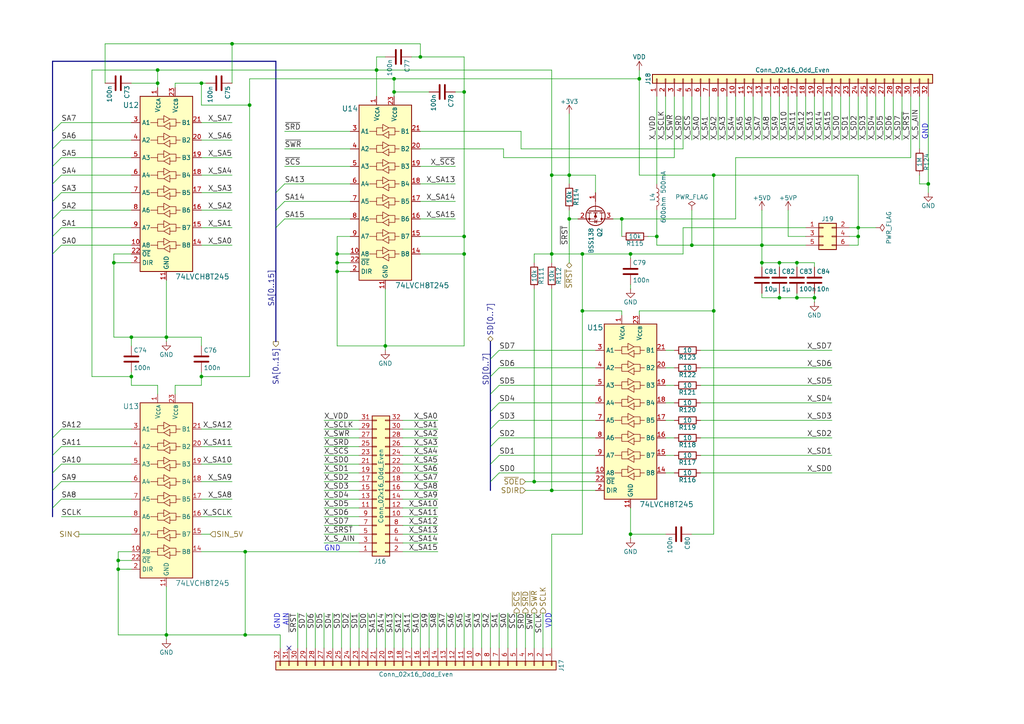
<source format=kicad_sch>
(kicad_sch (version 20231120) (generator "eeschema") (generator_version "8.0")
  (paper "A4")
  (title_block (title "Game Boy reverse eng. FPGA board") (date "2024-12-09") (rev "1") (company "CC-BY-SA-4.0 Michael Singer") (comment 1 "https://github.com/msinger/gbreveng/") (comment 2 "http://iceboy.a-singer.de/"))
  (junction (at 33.02 76.2))
  (junction (at 160.02 50.8))
  (junction (at 72.39 30.48))
  (junction (at 48.26 97.79))
  (junction (at 231.14 76.2))
  (junction (at 182.88 154.94))
  (junction (at 154.94 139.7))
  (junction (at 58.42 109.22))
  (junction (at 182.88 73.66))
  (junction (at 248.92 66.04))
  (junction (at 58.42 24.13))
  (junction (at 207.01 50.8))
  (junction (at 226.06 76.2))
  (junction (at 111.76 100.33))
  (junction (at 248.92 68.58))
  (junction (at 226.06 86.36))
  (junction (at 190.5 68.58))
  (junction (at 134.62 73.66))
  (junction (at 220.98 71.12))
  (junction (at 45.72 24.13))
  (junction (at 34.29 162.56))
  (junction (at 165.1 50.8))
  (junction (at 38.1 97.79))
  (junction (at 160.02 142.24))
  (junction (at 97.79 76.2))
  (junction (at 168.91 73.66))
  (junction (at 97.79 73.66))
  (junction (at 207.01 90.17))
  (junction (at 185.42 22.86))
  (junction (at 67.31 12.7))
  (junction (at 134.62 68.58))
  (junction (at 38.1 109.22))
  (junction (at 231.14 86.36))
  (junction (at 134.62 26.67))
  (junction (at 109.22 20.32))
  (junction (at 45.72 20.32))
  (junction (at 121.92 16.51))
  (junction (at 71.12 160.02))
  (junction (at 269.24 53.34))
  (junction (at 71.12 184.15))
  (junction (at 114.3 26.67))
  (junction (at 168.91 90.17))
  (junction (at 34.29 165.1))
  (junction (at 180.34 63.5))
  (junction (at 160.02 73.66))
  (junction (at 97.79 78.74))
  (junction (at 48.26 184.15))
  (junction (at 220.98 76.2))
  (junction (at 200.66 71.12))
  (junction (at 114.3 22.86))
  (junction (at 236.22 86.36))
  (junction (at 165.1 63.5))
  (no_connect (at 83.82 187.96))
  (bus_entry (at 15.24 127) (size 2.54 -2.54))
  (bus_entry (at 15.24 48.26) (size 2.54 -2.54))
  (bus_entry (at 15.24 73.66) (size 2.54 -2.54))
  (bus_entry (at 142.24 124.46) (size 2.54 -2.54))
  (bus_entry (at 142.24 114.3) (size 2.54 -2.54))
  (bus_entry (at 15.24 142.24) (size 2.54 -2.54))
  (bus_entry (at 80.01 60.96) (size 2.54 -2.54))
  (bus_entry (at 15.24 58.42) (size 2.54 -2.54))
  (bus_entry (at 142.24 109.22) (size 2.54 -2.54))
  (bus_entry (at 142.24 134.62) (size 2.54 -2.54))
  (bus_entry (at 142.24 119.38) (size 2.54 -2.54))
  (bus_entry (at 15.24 132.08) (size 2.54 -2.54))
  (bus_entry (at 142.24 139.7) (size 2.54 -2.54))
  (bus_entry (at 15.24 53.34) (size 2.54 -2.54))
  (bus_entry (at 15.24 63.5) (size 2.54 -2.54))
  (bus_entry (at 142.24 129.54) (size 2.54 -2.54))
  (bus_entry (at 142.24 104.14) (size 2.54 -2.54))
  (bus_entry (at 15.24 137.16) (size 2.54 -2.54))
  (bus_entry (at 15.24 38.1) (size 2.54 -2.54))
  (bus_entry (at 80.01 55.88) (size 2.54 -2.54))
  (bus_entry (at 80.01 66.04) (size 2.54 -2.54))
  (bus_entry (at 15.24 68.58) (size 2.54 -2.54))
  (bus_entry (at 15.24 147.32) (size 2.54 -2.54))
  (bus_entry (at 15.24 43.18) (size 2.54 -2.54))
  (wire (pts (xy 132.08 177.8) (xy 132.08 187.96)))
  (wire (pts (xy 104.14 129.54) (xy 93.98 129.54)))
  (wire (pts (xy 168.91 90.17) (xy 168.91 154.94)))
  (wire (pts (xy 48.26 97.79) (xy 48.26 99.06)))
  (wire (pts (xy 104.14 149.86) (xy 93.98 149.86)))
  (wire (pts (xy 157.48 177.8) (xy 157.48 187.96)))
  (wire (pts (xy 33.02 97.79) (xy 38.1 97.79)))
  (wire (pts (xy 134.62 68.58) (xy 134.62 73.66)))
  (wire (pts (xy 246.38 66.04) (xy 248.92 66.04)))
  (wire (pts (xy 45.72 20.32) (xy 109.22 20.32)))
  (wire (pts (xy 58.42 97.79) (xy 58.42 100.33)))
  (wire (pts (xy 146.05 43.18) (xy 146.05 45.72)))
  (wire (pts (xy 58.42 55.88) (xy 67.31 55.88)))
  (bus (pts (xy 15.24 127) (xy 15.24 132.08)))
  (wire (pts (xy 93.98 157.48) (xy 104.14 157.48)))
  (wire (pts (xy 58.42 30.48) (xy 72.39 30.48)))
  (wire (pts (xy 17.78 129.54) (xy 38.1 129.54)))
  (wire (pts (xy 50.8 111.76) (xy 58.42 111.76)))
  (wire (pts (xy 231.14 86.36) (xy 236.22 86.36)))
  (wire (pts (xy 190.5 60.96) (xy 190.5 68.58)))
  (wire (pts (xy 182.88 154.94) (xy 193.04 154.94)))
  (wire (pts (xy 236.22 85.09) (xy 236.22 86.36)))
  (wire (pts (xy 233.68 27.94) (xy 233.68 40.64)))
  (bus (pts (xy 142.24 129.54) (xy 142.24 134.62)))
  (wire (pts (xy 93.98 137.16) (xy 104.14 137.16)))
  (wire (pts (xy 121.92 68.58) (xy 134.62 68.58)))
  (wire (pts (xy 58.42 40.64) (xy 67.31 40.64)))
  (wire (pts (xy 187.96 68.58) (xy 190.5 68.58)))
  (wire (pts (xy 127 144.78) (xy 116.84 144.78)))
  (wire (pts (xy 114.3 22.86) (xy 114.3 26.67)))
  (wire (pts (xy 203.2 132.08) (xy 241.3 132.08)))
  (wire (pts (xy 269.24 27.94) (xy 269.24 53.34)))
  (wire (pts (xy 165.1 63.5) (xy 167.64 63.5)))
  (wire (pts (xy 86.36 177.8) (xy 86.36 187.96)))
  (wire (pts (xy 82.55 53.34) (xy 101.6 53.34)))
  (wire (pts (xy 193.04 127) (xy 195.58 127)))
  (wire (pts (xy 121.92 58.42) (xy 132.08 58.42)))
  (wire (pts (xy 58.42 45.72) (xy 67.31 45.72)))
  (wire (pts (xy 195.58 101.6) (xy 193.04 101.6)))
  (wire (pts (xy 154.94 73.66) (xy 160.02 73.66)))
  (wire (pts (xy 72.39 22.86) (xy 72.39 30.48)))
  (wire (pts (xy 38.1 107.95) (xy 38.1 109.22)))
  (wire (pts (xy 58.42 139.7) (xy 67.31 139.7)))
  (wire (pts (xy 45.72 111.76) (xy 45.72 114.3)))
  (bus (pts (xy 15.24 17.78) (xy 15.24 38.1)))
  (wire (pts (xy 226.06 86.36) (xy 231.14 86.36)))
  (wire (pts (xy 58.42 66.04) (xy 67.31 66.04)))
  (wire (pts (xy 38.1 24.13) (xy 45.72 24.13)))
  (wire (pts (xy 248.92 66.04) (xy 248.92 68.58)))
  (wire (pts (xy 154.94 139.7) (xy 172.72 139.7)))
  (wire (pts (xy 127 160.02) (xy 116.84 160.02)))
  (wire (pts (xy 198.12 66.04) (xy 198.12 73.66)))
  (wire (pts (xy 48.26 170.18) (xy 48.26 184.15)))
  (wire (pts (xy 48.26 81.28) (xy 48.26 97.79)))
  (wire (pts (xy 127 154.94) (xy 116.84 154.94)))
  (wire (pts (xy 72.39 22.86) (xy 114.3 22.86)))
  (wire (pts (xy 17.78 71.12) (xy 38.1 71.12)))
  (wire (pts (xy 33.02 76.2) (xy 38.1 76.2)))
  (wire (pts (xy 266.7 53.34) (xy 269.24 53.34)))
  (wire (pts (xy 91.44 177.8) (xy 91.44 187.96)))
  (wire (pts (xy 58.42 50.8) (xy 67.31 50.8)))
  (wire (pts (xy 168.91 73.66) (xy 182.88 73.66)))
  (wire (pts (xy 34.29 160.02) (xy 38.1 160.02)))
  (wire (pts (xy 207.01 50.8) (xy 248.92 50.8)))
  (wire (pts (xy 93.98 127) (xy 104.14 127)))
  (wire (pts (xy 104.14 177.8) (xy 104.14 187.96)))
  (wire (pts (xy 203.2 111.76) (xy 241.3 111.76)))
  (wire (pts (xy 144.78 137.16) (xy 172.72 137.16)))
  (wire (pts (xy 17.78 35.56) (xy 38.1 35.56)))
  (wire (pts (xy 121.92 63.5) (xy 132.08 63.5)))
  (wire (pts (xy 97.79 78.74) (xy 97.79 100.33)))
  (wire (pts (xy 17.78 149.86) (xy 38.1 149.86)))
  (wire (pts (xy 82.55 38.1) (xy 101.6 38.1)))
  (wire (pts (xy 241.3 27.94) (xy 241.3 40.64)))
  (wire (pts (xy 88.9 177.8) (xy 88.9 187.96)))
  (wire (pts (xy 99.06 177.8) (xy 99.06 187.96)))
  (wire (pts (xy 185.42 20.32) (xy 185.42 22.86)))
  (wire (pts (xy 134.62 177.8) (xy 134.62 187.96)))
  (wire (pts (xy 231.14 76.2) (xy 236.22 76.2)))
  (wire (pts (xy 203.2 137.16) (xy 241.3 137.16)))
  (wire (pts (xy 269.24 53.34) (xy 269.24 55.88)))
  (wire (pts (xy 220.98 86.36) (xy 226.06 86.36)))
  (wire (pts (xy 82.55 48.26) (xy 101.6 48.26)))
  (wire (pts (xy 190.5 53.34) (xy 190.5 27.94)))
  (wire (pts (xy 228.6 68.58) (xy 233.68 68.58)))
  (wire (pts (xy 165.1 50.8) (xy 172.72 50.8)))
  (wire (pts (xy 30.48 12.7) (xy 67.31 12.7)))
  (wire (pts (xy 93.98 177.8) (xy 93.98 187.96)))
  (wire (pts (xy 30.48 12.7) (xy 30.48 24.13)))
  (wire (pts (xy 114.3 26.67) (xy 124.46 26.67)))
  (wire (pts (xy 177.8 63.5) (xy 180.34 63.5)))
  (wire (pts (xy 165.1 50.8) (xy 165.1 53.34)))
  (wire (pts (xy 109.22 20.32) (xy 109.22 27.94)))
  (wire (pts (xy 193.04 137.16) (xy 195.58 137.16)))
  (wire (pts (xy 48.26 184.15) (xy 71.12 184.15)))
  (wire (pts (xy 231.14 27.94) (xy 231.14 40.64)))
  (wire (pts (xy 180.34 63.5) (xy 180.34 68.58)))
  (wire (pts (xy 22.86 154.94) (xy 38.1 154.94)))
  (wire (pts (xy 203.2 40.64) (xy 203.2 27.94)))
  (bus (pts (xy 142.24 114.3) (xy 142.24 119.38)))
  (wire (pts (xy 236.22 76.2) (xy 236.22 77.47)))
  (wire (pts (xy 207.01 90.17) (xy 207.01 154.94)))
  (wire (pts (xy 139.7 177.8) (xy 139.7 187.96)))
  (wire (pts (xy 33.02 73.66) (xy 38.1 73.66)))
  (bus (pts (xy 142.24 119.38) (xy 142.24 124.46)))
  (wire (pts (xy 116.84 177.8) (xy 116.84 187.96)))
  (wire (pts (xy 165.1 33.02) (xy 165.1 50.8)))
  (wire (pts (xy 127 149.86) (xy 116.84 149.86)))
  (wire (pts (xy 152.4 139.7) (xy 154.94 139.7)))
  (wire (pts (xy 17.78 40.64) (xy 38.1 40.64)))
  (wire (pts (xy 97.79 68.58) (xy 97.79 73.66)))
  (wire (pts (xy 34.29 165.1) (xy 34.29 184.15)))
  (wire (pts (xy 152.4 142.24) (xy 160.02 142.24)))
  (bus (pts (xy 15.24 48.26) (xy 15.24 53.34)))
  (wire (pts (xy 104.14 160.02) (xy 71.12 160.02)))
  (bus (pts (xy 15.24 58.42) (xy 15.24 63.5)))
  (wire (pts (xy 50.8 114.3) (xy 50.8 111.76)))
  (wire (pts (xy 58.42 24.13) (xy 59.69 24.13)))
  (wire (pts (xy 127 134.62) (xy 116.84 134.62)))
  (wire (pts (xy 160.02 50.8) (xy 160.02 73.66)))
  (wire (pts (xy 111.76 83.82) (xy 111.76 100.33)))
  (wire (pts (xy 236.22 86.36) (xy 236.22 87.63)))
  (wire (pts (xy 182.88 73.66) (xy 198.12 73.66)))
  (wire (pts (xy 165.1 60.96) (xy 165.1 63.5)))
  (wire (pts (xy 160.02 83.82) (xy 160.02 142.24)))
  (wire (pts (xy 111.76 100.33) (xy 111.76 101.6)))
  (wire (pts (xy 58.42 154.94) (xy 60.96 154.94)))
  (wire (pts (xy 114.3 22.86) (xy 185.42 22.86)))
  (wire (pts (xy 93.98 147.32) (xy 104.14 147.32)))
  (wire (pts (xy 198.12 43.18) (xy 198.12 27.94)))
  (wire (pts (xy 144.78 127) (xy 172.72 127)))
  (wire (pts (xy 121.92 12.7) (xy 121.92 16.51)))
  (wire (pts (xy 154.94 83.82) (xy 154.94 139.7)))
  (wire (pts (xy 101.6 177.8) (xy 101.6 187.96)))
  (wire (pts (xy 193.04 106.68) (xy 195.58 106.68)))
  (wire (pts (xy 45.72 20.32) (xy 45.72 24.13)))
  (wire (pts (xy 213.36 40.64) (xy 213.36 27.94)))
  (wire (pts (xy 81.28 184.15) (xy 81.28 187.96)))
  (wire (pts (xy 34.29 165.1) (xy 38.1 165.1)))
  (wire (pts (xy 154.94 177.8) (xy 154.94 187.96)))
  (wire (pts (xy 116.84 132.08) (xy 127 132.08)))
  (wire (pts (xy 142.24 177.8) (xy 142.24 187.96)))
  (wire (pts (xy 58.42 129.54) (xy 67.31 129.54)))
  (wire (pts (xy 144.78 132.08) (xy 172.72 132.08)))
  (wire (pts (xy 58.42 124.46) (xy 67.31 124.46)))
  (wire (pts (xy 71.12 160.02) (xy 71.12 184.15)))
  (wire (pts (xy 26.67 109.22) (xy 26.67 20.32)))
  (wire (pts (xy 58.42 149.86) (xy 67.31 149.86)))
  (bus (pts (xy 15.24 17.78) (xy 80.01 17.78)))
  (wire (pts (xy 97.79 73.66) (xy 97.79 76.2)))
  (wire (pts (xy 172.72 50.8) (xy 172.72 55.88)))
  (wire (pts (xy 34.29 162.56) (xy 34.29 165.1)))
  (bus (pts (xy 80.01 66.04) (xy 80.01 99.06)))
  (wire (pts (xy 101.6 68.58) (xy 97.79 68.58)))
  (wire (pts (xy 134.62 16.51) (xy 134.62 26.67)))
  (wire (pts (xy 17.78 66.04) (xy 38.1 66.04)))
  (wire (pts (xy 220.98 27.94) (xy 220.98 40.64)))
  (wire (pts (xy 48.26 97.79) (xy 58.42 97.79)))
  (wire (pts (xy 160.02 154.94) (xy 160.02 187.96)))
  (wire (pts (xy 238.76 27.94) (xy 238.76 40.64)))
  (bus (pts (xy 142.24 139.7) (xy 142.24 142.24)))
  (wire (pts (xy 132.08 26.67) (xy 134.62 26.67)))
  (wire (pts (xy 17.78 124.46) (xy 38.1 124.46)))
  (wire (pts (xy 203.2 101.6) (xy 241.3 101.6)))
  (wire (pts (xy 58.42 109.22) (xy 58.42 111.76)))
  (wire (pts (xy 220.98 71.12) (xy 220.98 76.2)))
  (wire (pts (xy 134.62 26.67) (xy 134.62 68.58)))
  (wire (pts (xy 203.2 127) (xy 241.3 127)))
  (wire (pts (xy 104.14 139.7) (xy 93.98 139.7)))
  (bus (pts (xy 142.24 134.62) (xy 142.24 139.7)))
  (wire (pts (xy 233.68 66.04) (xy 198.12 66.04)))
  (wire (pts (xy 67.31 12.7) (xy 67.31 24.13)))
  (wire (pts (xy 38.1 111.76) (xy 45.72 111.76)))
  (wire (pts (xy 200.66 27.94) (xy 200.66 40.64)))
  (wire (pts (xy 165.1 63.5) (xy 165.1 76.2)))
  (wire (pts (xy 195.58 121.92) (xy 193.04 121.92)))
  (wire (pts (xy 134.62 73.66) (xy 134.62 100.33)))
  (wire (pts (xy 193.04 116.84) (xy 195.58 116.84)))
  (wire (pts (xy 67.31 12.7) (xy 121.92 12.7)))
  (wire (pts (xy 34.29 162.56) (xy 38.1 162.56)))
  (wire (pts (xy 127 124.46) (xy 116.84 124.46)))
  (wire (pts (xy 236.22 27.94) (xy 236.22 40.64)))
  (wire (pts (xy 109.22 16.51) (xy 109.22 20.32)))
  (wire (pts (xy 248.92 71.12) (xy 246.38 71.12)))
  (wire (pts (xy 266.7 50.8) (xy 266.7 53.34)))
  (wire (pts (xy 193.04 40.64) (xy 193.04 27.94)))
  (wire (pts (xy 190.5 68.58) (xy 190.5 71.12)))
  (wire (pts (xy 160.02 50.8) (xy 165.1 50.8)))
  (wire (pts (xy 17.78 139.7) (xy 38.1 139.7)))
  (wire (pts (xy 38.1 100.33) (xy 38.1 97.79)))
  (wire (pts (xy 34.29 184.15) (xy 48.26 184.15)))
  (wire (pts (xy 58.42 35.56) (xy 67.31 35.56)))
  (wire (pts (xy 106.68 177.8) (xy 106.68 187.96)))
  (wire (pts (xy 82.55 58.42) (xy 101.6 58.42)))
  (bus (pts (xy 80.01 60.96) (xy 80.01 66.04)))
  (wire (pts (xy 121.92 73.66) (xy 134.62 73.66)))
  (wire (pts (xy 116.84 127) (xy 127 127)))
  (bus (pts (xy 15.24 43.18) (xy 15.24 48.26)))
  (bus (pts (xy 15.24 63.5) (xy 15.24 68.58)))
  (wire (pts (xy 109.22 20.32) (xy 160.02 20.32)))
  (wire (pts (xy 185.42 22.86) (xy 185.42 50.8)))
  (bus (pts (xy 15.24 137.16) (xy 15.24 142.24)))
  (wire (pts (xy 119.38 177.8) (xy 119.38 187.96)))
  (wire (pts (xy 248.92 66.04) (xy 254 66.04)))
  (wire (pts (xy 182.88 154.94) (xy 182.88 156.21)))
  (wire (pts (xy 213.36 45.72) (xy 213.36 63.5)))
  (wire (pts (xy 38.1 109.22) (xy 38.1 111.76)))
  (bus (pts (xy 15.24 73.66) (xy 15.24 127)))
  (wire (pts (xy 254 27.94) (xy 254 40.64)))
  (wire (pts (xy 93.98 121.92) (xy 104.14 121.92)))
  (wire (pts (xy 205.74 27.94) (xy 205.74 40.64)))
  (wire (pts (xy 82.55 43.18) (xy 101.6 43.18)))
  (wire (pts (xy 17.78 55.88) (xy 38.1 55.88)))
  (wire (pts (xy 218.44 27.94) (xy 218.44 40.64)))
  (wire (pts (xy 17.78 45.72) (xy 38.1 45.72)))
  (wire (pts (xy 168.91 90.17) (xy 180.34 90.17)))
  (wire (pts (xy 251.46 27.94) (xy 251.46 40.64)))
  (wire (pts (xy 58.42 60.96) (xy 67.31 60.96)))
  (wire (pts (xy 182.88 73.66) (xy 182.88 74.93)))
  (wire (pts (xy 26.67 20.32) (xy 45.72 20.32)))
  (wire (pts (xy 182.88 147.32) (xy 182.88 154.94)))
  (wire (pts (xy 231.14 76.2) (xy 231.14 77.47)))
  (wire (pts (xy 116.84 142.24) (xy 127 142.24)))
  (wire (pts (xy 168.91 73.66) (xy 160.02 73.66)))
  (wire (pts (xy 185.42 50.8) (xy 207.01 50.8)))
  (wire (pts (xy 220.98 85.09) (xy 220.98 86.36)))
  (wire (pts (xy 45.72 24.13) (xy 45.72 25.4)))
  (wire (pts (xy 203.2 106.68) (xy 241.3 106.68)))
  (wire (pts (xy 152.4 177.8) (xy 152.4 187.96)))
  (wire (pts (xy 17.78 50.8) (xy 38.1 50.8)))
  (bus (pts (xy 142.24 109.22) (xy 142.24 114.3)))
  (wire (pts (xy 231.14 86.36) (xy 231.14 85.09)))
  (wire (pts (xy 203.2 116.84) (xy 241.3 116.84)))
  (wire (pts (xy 261.62 27.94) (xy 261.62 40.64)))
  (wire (pts (xy 154.94 76.2) (xy 154.94 73.66)))
  (wire (pts (xy 144.78 116.84) (xy 172.72 116.84)))
  (wire (pts (xy 228.6 60.96) (xy 228.6 68.58)))
  (wire (pts (xy 111.76 16.51) (xy 109.22 16.51)))
  (wire (pts (xy 160.02 142.24) (xy 172.72 142.24)))
  (wire (pts (xy 185.42 90.17) (xy 207.01 90.17)))
  (wire (pts (xy 34.29 160.02) (xy 34.29 162.56)))
  (wire (pts (xy 50.8 24.13) (xy 58.42 24.13)))
  (bus (pts (xy 15.24 38.1) (xy 15.24 43.18)))
  (wire (pts (xy 200.66 60.96) (xy 200.66 71.12)))
  (wire (pts (xy 129.54 177.8) (xy 129.54 187.96)))
  (wire (pts (xy 168.91 73.66) (xy 168.91 90.17)))
  (wire (pts (xy 97.79 73.66) (xy 101.6 73.66)))
  (wire (pts (xy 104.14 144.78) (xy 93.98 144.78)))
  (wire (pts (xy 96.52 177.8) (xy 96.52 187.96)))
  (wire (pts (xy 200.66 71.12) (xy 220.98 71.12)))
  (wire (pts (xy 116.84 137.16) (xy 127 137.16)))
  (wire (pts (xy 266.7 27.94) (xy 266.7 43.18)))
  (wire (pts (xy 104.14 134.62) (xy 93.98 134.62)))
  (wire (pts (xy 151.13 43.18) (xy 198.12 43.18)))
  (wire (pts (xy 210.82 27.94) (xy 210.82 40.64)))
  (wire (pts (xy 208.28 40.64) (xy 208.28 27.94)))
  (wire (pts (xy 144.78 111.76) (xy 172.72 111.76)))
  (wire (pts (xy 151.13 38.1) (xy 151.13 43.18)))
  (wire (pts (xy 144.78 106.68) (xy 172.72 106.68)))
  (wire (pts (xy 248.92 50.8) (xy 248.92 66.04)))
  (wire (pts (xy 33.02 73.66) (xy 33.02 76.2)))
  (wire (pts (xy 264.16 27.94) (xy 264.16 45.72)))
  (wire (pts (xy 111.76 177.8) (xy 111.76 187.96)))
  (wire (pts (xy 226.06 86.36) (xy 226.06 85.09)))
  (wire (pts (xy 248.92 68.58) (xy 248.92 71.12)))
  (wire (pts (xy 144.78 121.92) (xy 172.72 121.92)))
  (bus (pts (xy 15.24 132.08) (xy 15.24 137.16)))
  (wire (pts (xy 195.58 45.72) (xy 195.58 27.94)))
  (wire (pts (xy 144.78 101.6) (xy 172.72 101.6)))
  (wire (pts (xy 121.92 38.1) (xy 151.13 38.1)))
  (wire (pts (xy 104.14 154.94) (xy 93.98 154.94)))
  (wire (pts (xy 137.16 177.8) (xy 137.16 187.96)))
  (wire (pts (xy 17.78 134.62) (xy 38.1 134.62)))
  (wire (pts (xy 228.6 27.94) (xy 228.6 40.64)))
  (wire (pts (xy 97.79 76.2) (xy 97.79 78.74)))
  (wire (pts (xy 58.42 107.95) (xy 58.42 109.22)))
  (wire (pts (xy 82.55 63.5) (xy 101.6 63.5)))
  (wire (pts (xy 119.38 16.51) (xy 121.92 16.51)))
  (wire (pts (xy 147.32 177.8) (xy 147.32 187.96)))
  (wire (pts (xy 226.06 27.94) (xy 226.06 40.64)))
  (bus (pts (xy 15.24 68.58) (xy 15.24 73.66)))
  (wire (pts (xy 121.92 177.8) (xy 121.92 187.96)))
  (wire (pts (xy 220.98 60.96) (xy 220.98 71.12)))
  (wire (pts (xy 17.78 60.96) (xy 38.1 60.96)))
  (wire (pts (xy 243.84 27.94) (xy 243.84 40.64)))
  (wire (pts (xy 215.9 27.94) (xy 215.9 40.64)))
  (bus (pts (xy 80.01 55.88) (xy 80.01 60.96)))
  (wire (pts (xy 180.34 90.17) (xy 180.34 91.44)))
  (bus (pts (xy 142.24 99.06) (xy 142.24 104.14)))
  (wire (pts (xy 127 139.7) (xy 116.84 139.7)))
  (wire (pts (xy 58.42 71.12) (xy 67.31 71.12)))
  (wire (pts (xy 124.46 177.8) (xy 124.46 187.96)))
  (wire (pts (xy 180.34 63.5) (xy 213.36 63.5)))
  (wire (pts (xy 226.06 76.2) (xy 231.14 76.2)))
  (wire (pts (xy 104.14 124.46) (xy 93.98 124.46)))
  (wire (pts (xy 185.42 90.17) (xy 185.42 91.44)))
  (wire (pts (xy 246.38 68.58) (xy 248.92 68.58)))
  (wire (pts (xy 195.58 111.76) (xy 193.04 111.76)))
  (wire (pts (xy 17.78 144.78) (xy 38.1 144.78)))
  (wire (pts (xy 33.02 76.2) (xy 33.02 97.79)))
  (wire (pts (xy 114.3 177.8) (xy 114.3 187.96)))
  (wire (pts (xy 144.78 177.8) (xy 144.78 187.96)))
  (bus (pts (xy 15.24 142.24) (xy 15.24 147.32)))
  (wire (pts (xy 264.16 45.72) (xy 213.36 45.72)))
  (wire (pts (xy 127 129.54) (xy 116.84 129.54)))
  (wire (pts (xy 93.98 142.24) (xy 104.14 142.24)))
  (wire (pts (xy 109.22 177.8) (xy 109.22 187.96)))
  (wire (pts (xy 182.88 82.55) (xy 182.88 83.82)))
  (wire (pts (xy 121.92 48.26) (xy 132.08 48.26)))
  (wire (pts (xy 116.84 147.32) (xy 127 147.32)))
  (wire (pts (xy 50.8 25.4) (xy 50.8 24.13)))
  (wire (pts (xy 93.98 132.08) (xy 104.14 132.08)))
  (bus (pts (xy 142.24 104.14) (xy 142.24 109.22)))
  (bus (pts (xy 15.24 147.32) (xy 15.24 149.86)))
  (wire (pts (xy 58.42 24.13) (xy 58.42 30.48)))
  (wire (pts (xy 256.54 27.94) (xy 256.54 40.64)))
  (wire (pts (xy 190.5 71.12) (xy 200.66 71.12)))
  (wire (pts (xy 207.01 50.8) (xy 207.01 90.17)))
  (wire (pts (xy 121.92 43.18) (xy 146.05 43.18)))
  (wire (pts (xy 146.05 45.72) (xy 195.58 45.72)))
  (wire (pts (xy 160.02 73.66) (xy 160.02 76.2)))
  (wire (pts (xy 220.98 71.12) (xy 233.68 71.12)))
  (wire (pts (xy 58.42 144.78) (xy 67.31 144.78)))
  (wire (pts (xy 121.92 53.34) (xy 132.08 53.34)))
  (wire (pts (xy 220.98 76.2) (xy 220.98 77.47)))
  (wire (pts (xy 97.79 76.2) (xy 101.6 76.2)))
  (wire (pts (xy 93.98 152.4) (xy 104.14 152.4)))
  (wire (pts (xy 248.92 27.94) (xy 248.92 40.64)))
  (wire (pts (xy 149.86 177.8) (xy 149.86 187.96)))
  (bus (pts (xy 142.24 124.46) (xy 142.24 129.54)))
  (wire (pts (xy 58.42 160.02) (xy 71.12 160.02)))
  (wire (pts (xy 127 177.8) (xy 127 187.96)))
  (wire (pts (xy 203.2 121.92) (xy 241.3 121.92)))
  (wire (pts (xy 26.67 109.22) (xy 38.1 109.22)))
  (wire (pts (xy 71.12 184.15) (xy 81.28 184.15)))
  (wire (pts (xy 223.52 27.94) (xy 223.52 40.64)))
  (wire (pts (xy 97.79 78.74) (xy 101.6 78.74)))
  (wire (pts (xy 259.08 27.94) (xy 259.08 40.64)))
  (wire (pts (xy 48.26 184.15) (xy 48.26 185.42)))
  (wire (pts (xy 116.84 152.4) (xy 127 152.4)))
  (bus (pts (xy 15.24 53.34) (xy 15.24 58.42)))
  (wire (pts (xy 72.39 109.22) (xy 58.42 109.22)))
  (wire (pts (xy 121.92 16.51) (xy 134.62 16.51)))
  (wire (pts (xy 207.01 154.94) (xy 200.66 154.94)))
  (wire (pts (xy 195.58 132.08) (xy 193.04 132.08)))
  (wire (pts (xy 58.42 134.62) (xy 67.31 134.62)))
  (wire (pts (xy 220.98 76.2) (xy 226.06 76.2)))
  (wire (pts (xy 226.06 76.2) (xy 226.06 77.47)))
  (wire (pts (xy 38.1 97.79) (xy 48.26 97.79)))
  (wire (pts (xy 111.76 100.33) (xy 97.79 100.33)))
  (wire (pts (xy 160.02 20.32) (xy 160.02 50.8)))
  (wire (pts (xy 168.91 154.94) (xy 160.02 154.94)))
  (wire (pts (xy 114.3 26.67) (xy 114.3 27.94)))
  (bus (pts (xy 80.01 17.78) (xy 80.01 55.88)))
  (wire (pts (xy 116.84 121.92) (xy 127 121.92)))
  (wire (pts (xy 72.39 30.48) (xy 72.39 109.22)))
  (wire (pts (xy 246.38 27.94) (xy 246.38 40.64)))
  (wire (pts (xy 116.84 157.48) (xy 127 157.48)))
  (wire (pts (xy 134.62 100.33) (xy 111.76 100.33)))
  (text "GND" (at 93.98 160.02 0) (effects (font (size 1.524 1.524)) (justify left bottom)))
  (text "AIN" (at 83.82 177.8 90) (effects (font (size 1.524 1.524)) (justify right bottom)))
  (text "GND" (at 269.24 40.64 90) (effects (font (size 1.524 1.524)) (justify left bottom)))
  (text "VDD" (at 160.02 177.8 90) (effects (font (size 1.524 1.524)) (justify right bottom)))
  (text "GND" (at 81.28 177.8 90) (effects (font (size 1.524 1.524)) (justify right bottom)))
  (label "X_SA4" (at 67.31 50.8 180) (effects (font (size 1.524 1.524))))
  (label "X_SA6" (at 67.31 40.64 180) (effects (font (size 1.524 1.524))))
  (label "X_SA8" (at 127 142.24 180) (effects (font (size 1.524 1.524))))
  (label "X_SA10" (at 127 147.32 180) (effects (font (size 1.524 1.524))))
  (label "X_SA1" (at 67.31 66.04 180) (effects (font (size 1.524 1.524))))
  (label "X_SD6" (at 259.08 40.64 90) (effects (font (size 1.524 1.524))))
  (label "X_VDD" (at 93.98 121.92 0) (effects (font (size 1.524 1.524))))
  (label "X_SD7" (at 241.3 101.6 180) (effects (font (size 1.524 1.524))))
  (label "SA6" (at 17.78 40.64 0) (effects (font (size 1.524 1.524))))
  (label "X_SA13" (at 236.22 40.64 90) (effects (font (size 1.524 1.524))))
  (label "SD3" (at 144.78 121.92 0) (effects (font (size 1.524 1.524))))
  (label "X_SD2" (at 241.3 127 180) (effects (font (size 1.524 1.524))))
  (label "X_SD1" (at 246.38 40.64 90) (effects (font (size 1.524 1.524))))
  (label "SD5" (at 144.78 111.76 0) (effects (font (size 1.524 1.524))))
  (label "SA10" (at 121.92 177.8 270) (effects (font (size 1.524 1.524))))
  (label "X_~{SRD}" (at 198.12 40.64 90) (effects (font (size 1.524 1.524))))
  (label "SCLK" (at 157.48 177.8 270) (effects (font (size 1.524 1.524))))
  (label "SA3" (at 17.78 55.88 0) (effects (font (size 1.524 1.524))))
  (label "X_SA3" (at 210.82 40.64 90) (effects (font (size 1.524 1.524))))
  (label "X_SA12" (at 67.31 124.46 180) (effects (font (size 1.524 1.524))))
  (label "SA10" (at 17.78 134.62 0) (effects (font (size 1.524 1.524))))
  (label "X_SA1" (at 127 124.46 180) (effects (font (size 1.524 1.524))))
  (label "X_~{SCS}" (at 132.08 48.26 180) (effects (font (size 1.524 1.524))))
  (label "~{SCS}" (at 82.55 48.26 0) (effects (font (size 1.524 1.524))))
  (label "X_SA8" (at 67.31 144.78 180) (effects (font (size 1.524 1.524))))
  (label "X_~{SWR}" (at 195.58 40.64 90) (effects (font (size 1.524 1.524))))
  (label "X_SD5" (at 93.98 147.32 0) (effects (font (size 1.524 1.524))))
  (label "SA0" (at 147.32 177.8 270) (effects (font (size 1.524 1.524))))
  (label "X_SD3" (at 251.46 40.64 90) (effects (font (size 1.524 1.524))))
  (label "SD2" (at 144.78 127 0) (effects (font (size 1.524 1.524))))
  (label "X_SCLK" (at 193.04 40.64 90) (effects (font (size 1.524 1.524))))
  (label "SA0" (at 17.78 71.12 0) (effects (font (size 1.524 1.524))))
  (label "SD1" (at 104.14 177.8 270) (effects (font (size 1.524 1.524))))
  (label "X_SA11" (at 231.14 40.64 90) (effects (font (size 1.524 1.524))))
  (label "X_SA5" (at 127 134.62 180) (effects (font (size 1.524 1.524))))
  (label "~{SRD}" (at 82.55 38.1 0) (effects (font (size 1.524 1.524))))
  (label "X_SD5" (at 256.54 40.64 90) (effects (font (size 1.524 1.524))))
  (label "SA5" (at 134.62 177.8 270) (effects (font (size 1.524 1.524))))
  (label "SA15" (at 109.22 177.8 270) (effects (font (size 1.524 1.524))))
  (label "X_VDD" (at 190.5 40.64 90) (effects (font (size 1.524 1.524))))
  (label "~{SRD}" (at 152.4 177.8 270) (effects (font (size 1.524 1.524))))
  (label "SA11" (at 119.38 177.8 270) (effects (font (size 1.524 1.524))))
  (label "X_SD6" (at 241.3 106.68 180) (effects (font (size 1.524 1.524))))
  (label "X_SD0" (at 93.98 134.62 0) (effects (font (size 1.524 1.524))))
  (label "X_SD2" (at 93.98 139.7 0) (effects (font (size 1.524 1.524))))
  (label "X_SA1" (at 205.74 40.64 90) (effects (font (size 1.524 1.524))))
  (label "~{SRST}" (at 165.1 71.12 90) (effects (font (size 1.524 1.524))))
  (label "X_SD3" (at 93.98 142.24 0) (effects (font (size 1.524 1.524))))
  (label "X_SA14" (at 238.76 40.64 90) (effects (font (size 1.524 1.524))))
  (label "X_SA9" (at 67.31 139.7 180) (effects (font (size 1.524 1.524))))
  (label "X_SA0" (at 67.31 71.12 180) (effects (font (size 1.524 1.524))))
  (label "X_SD2" (at 248.92 40.64 90) (effects (font (size 1.524 1.524))))
  (label "~{SWR}" (at 154.94 177.8 270) (effects (font (size 1.524 1.524))))
  (label "SD6" (at 91.44 177.8 270) (effects (font (size 1.524 1.524))))
  (label "X_SD6" (at 93.98 149.86 0) (effects (font (size 1.524 1.524))))
  (label "SA[0..15]" (at 80.01 88.9 90) (effects (font (size 1.524 1.524))))
  (label "SA1" (at 144.78 177.8 270) (effects (font (size 1.524 1.524))))
  (label "SD7" (at 144.78 101.6 0) (effects (font (size 1.524 1.524))))
  (label "SD3" (at 99.06 177.8 270) (effects (font (size 1.524 1.524))))
  (label "X_SA10" (at 67.31 134.62 180) (effects (font (size 1.524 1.524))))
  (label "X_SA14" (at 127 157.48 180) (effects (font (size 1.524 1.524))))
  (label "X_SA15" (at 132.08 63.5 180) (effects (font (size 1.524 1.524))))
  (label "X_S_AIN" (at 266.7 40.64 90) (effects (font (size 1.524 1.524))))
  (label "X_SD5" (at 241.3 111.76 180) (effects (font (size 1.524 1.524))))
  (label "X_SA14" (at 132.08 58.42 180) (effects (font (size 1.524 1.524))))
  (label "X_SA2" (at 127 127 180) (effects (font (size 1.524 1.524))))
  (label "X_SA10" (at 228.6 40.64 90) (effects (font (size 1.524 1.524))))
  (label "X_SA11" (at 67.31 129.54 180) (effects (font (size 1.524 1.524))))
  (label "X_SD4" (at 241.3 116.84 180) (effects (font (size 1.524 1.524))))
  (label "SA13" (at 114.3 177.8 270) (effects (font (size 1.524 1.524))))
  (label "X_~{SRD}" (at 93.98 129.54 0) (effects (font (size 1.524 1.524))))
  (label "X_SD0" (at 243.84 40.64 90) (effects (font (size 1.524 1.524))))
  (label "X_SA7" (at 220.98 40.64 90) (effects (font (size 1.524 1.524))))
  (label "X_SD3" (at 241.3 121.92 180) (effects (font (size 1.524 1.524))))
  (label "SA8" (at 17.78 144.78 0) (effects (font (size 1.524 1.524))))
  (label "SA2" (at 142.24 177.8 270) (effects (font (size 1.524 1.524))))
  (label "SD1" (at 144.78 132.08 0) (effects (font (size 1.524 1.524))))
  (label "X_SCLK" (at 93.98 124.46 0) (effects (font (size 1.524 1.524))))
  (label "X_SD7" (at 93.98 152.4 0) (effects (font (size 1.524 1.524))))
  (label "X_SD1" (at 93.98 137.16 0) (effects (font (size 1.524 1.524))))
  (label "X_~{SRST}" (at 264.16 40.64 90) (effects (font (size 1.524 1.524))))
  (label "X_SA5" (at 67.31 45.72 180) (effects (font (size 1.524 1.524))))
  (label "X_SD4" (at 93.98 144.78 0) (effects (font (size 1.524 1.524))))
  (label "X_~{SCS}" (at 200.66 40.64 90) (effects (font (size 1.524 1.524))))
  (label "X_~{SRST}" (at 93.98 154.94 0) (effects (font (size 1.524 1.524))))
  (label "X_~{SCS}" (at 93.98 132.08 0) (effects (font (size 1.524 1.524))))
  (label "SA15" (at 82.55 63.5 0) (effects (font (size 1.524 1.524))))
  (label "SD4" (at 144.78 116.84 0) (effects (font (size 1.524 1.524))))
  (label "X_SA7" (at 67.31 35.56 180) (effects (font (size 1.524 1.524))))
  (label "SA5" (at 17.78 45.72 0) (effects (font (size 1.524 1.524))))
  (label "SD4" (at 96.52 177.8 270) (effects (font (size 1.524 1.524))))
  (label "SA6" (at 132.08 177.8 270) (effects (font (size 1.524 1.524))))
  (label "SA14" (at 111.76 177.8 270) (effects (font (size 1.524 1.524))))
  (label "X_SA0" (at 127 121.92 180) (effects (font (size 1.524 1.524))))
  (label "SA12" (at 17.78 124.46 0) (effects (font (size 1.524 1.524))))
  (label "SA1" (at 17.78 66.04 0) (effects (font (size 1.524 1.524))))
  (label "X_SA9" (at 127 144.78 180) (effects (font (size 1.524 1.524))))
  (label "SD[0..7]" (at 142.24 111.76 90) (effects (font (size 1.524 1.524))))
  (label "X_SD1" (at 241.3 132.08 180) (effects (font (size 1.524 1.524))))
  (label "X_SA13" (at 132.08 53.34 180) (effects (font (size 1.524 1.524))))
  (label "X_SA2" (at 208.28 40.64 90) (effects (font (size 1.524 1.524))))
  (label "SA12" (at 116.84 177.8 270) (effects (font (size 1.524 1.524))))
  (label "X_SA3" (at 67.31 55.88 180) (effects (font (size 1.524 1.524))))
  (label "X_~{SWR}" (at 93.98 127 0) (effects (font (size 1.524 1.524))))
  (label "SA4" (at 137.16 177.8 270) (effects (font (size 1.524 1.524))))
  (label "X_SA5" (at 215.9 40.64 90) (effects (font (size 1.524 1.524))))
  (label "X_SA3" (at 127 129.54 180) (effects (font (size 1.524 1.524))))
  (label "X_SD7" (at 261.62 40.64 90) (effects (font (size 1.524 1.524))))
  (label "X_SD0" (at 241.3 137.16 180) (effects (font (size 1.524 1.524))))
  (label "X_SA4" (at 127 132.08 180) (effects (font (size 1.524 1.524))))
  (label "SD6" (at 144.78 106.68 0) (effects (font (size 1.524 1.524))))
  (label "SA7" (at 129.54 177.8 270) (effects (font (size 1.524 1.524))))
  (label "X_SD4" (at 254 40.64 90) (effects (font (size 1.524 1.524))))
  (label "X_SA7" (at 127 139.7 180) (effects (font (size 1.524 1.524))))
  (label "X_SA12" (at 127 152.4 180) (effects (font (size 1.524 1.524))))
  (label "SA14" (at 82.55 58.42 0) (effects (font (size 1.524 1.524))))
  (label "X_SA13" (at 127 154.94 180) (effects (font (size 1.524 1.524))))
  (label "SA11" (at 17.78 129.54 0) (effects (font (size 1.524 1.524))))
  (label "SA7" (at 17.78 35.56 0) (effects (font (size 1.524 1.524))))
  (label "X_SA6" (at 127 137.16 180) (effects (font (size 1.524 1.524))))
  (label "SD7" (at 88.9 177.8 270) (effects (font (size 1.524 1.524))))
  (label "X_SA9" (at 226.06 40.64 90) (effects (font (size 1.524 1.524))))
  (label "SD0" (at 106.68 177.8 270) (effects (font (size 1.524 1.524))))
  (label "SA2" (at 17.78 60.96 0) (effects (font (size 1.524 1.524))))
  (label "~{SCS}" (at 149.86 177.8 270) (effects (font (size 1.524 1.524))))
  (label "X_SA2" (at 67.31 60.96 180) (effects (font (size 1.524 1.524))))
  (label "X_SA15" (at 127 160.02 180) (effects (font (size 1.524 1.524))))
  (label "SA4" (at 17.78 50.8 0) (effects (font (size 1.524 1.524))))
  (label "X_SA12" (at 233.68 40.64 90) (effects (font (size 1.524 1.524))))
  (label "~{SRST}" (at 86.36 177.8 270) (effects (font (size 1.524 1.524))))
  (label "SCLK" (at 17.78 149.86 0) (effects (font (size 1.524 1.524))))
  (label "SA8" (at 127 177.8 270) (effects (font (size 1.524 1.524))))
  (label "X_SA4" (at 213.36 40.64 90) (effects (font (size 1.524 1.524))))
  (label "SD2" (at 101.6 177.8 270) (effects (font (size 1.524 1.524))))
  (label "SA9" (at 124.46 177.8 270) (effects (font (size 1.524 1.524))))
  (label "X_SA0" (at 203.2 40.64 90) (effects (font (size 1.524 1.524))))
  (label "X_SA8" (at 223.52 40.64 90) (effects (font (size 1.524 1.524))))
  (label "X_SA15" (at 241.3 40.64 90) (effects (font (size 1.524 1.524))))
  (label "SA3" (at 139.7 177.8 270) (effects (font (size 1.524 1.524))))
  (label "SD0" (at 144.78 137.16 0) (effects (font (size 1.524 1.524))))
  (label "X_SA11" (at 127 149.86 180) (effects (font (size 1.524 1.524))))
  (label "X_S_AIN" (at 93.98 157.48 0) (effects (font (size 1.524 1.524))))
  (label "X_SA6" (at 218.44 40.64 90) (effects (font (size 1.524 1.524))))
  (label "SA13" (at 82.55 53.34 0) (effects (font (size 1.524 1.524))))
  (label "SA9" (at 17.78 139.7 0) (effects (font (size 1.524 1.524))))
  (label "SD5" (at 93.98 177.8 270) (effects (font (size 1.524 1.524))))
  (label "~{SWR}" (at 82.55 43.18 0) (effects (font (size 1.524 1.524))))
  (label "X_SCLK" (at 67.31 149.86 180) (effects (font (size 1.524 1.524))))
  (hierarchical_label "~{SRD}" (shape output) (at 152.4 177.8 90) (effects (font (size 1.524 1.524))))
  (hierarchical_label "~{SCS}" (shape output) (at 149.86 177.8 90) (effects (font (size 1.524 1.524))))
  (hierarchical_label "SIN_5V" (shape input) (at 60.96 154.94 0) (effects (font (size 1.524 1.524))))
  (hierarchical_label "SIN" (shape output) (at 22.86 154.94 180) (effects (font (size 1.524 1.524))))
  (hierarchical_label "SCLK" (shape output) (at 157.48 177.8 90) (effects (font (size 1.524 1.524))))
  (hierarchical_label "~{SOE}" (shape input) (at 152.4 139.7 180) (effects (font (size 1.524 1.524))))
  (hierarchical_label "SD[0..7]" (shape tri_state) (at 142.24 99.06 90) (effects (font (size 1.524 1.524))))
  (hierarchical_label "SDIR" (shape input) (at 152.4 142.24 180) (effects (font (size 1.524 1.524))))
  (hierarchical_label "~{SWR}" (shape output) (at 154.94 177.8 90) (effects (font (size 1.524 1.524))))
  (hierarchical_label "SA[0..15]" (shape output) (at 80.01 99.06 270) (effects (font (size 1.524 1.524))))
  (hierarchical_label "~{SRST}" (shape bidirectional) (at 165.1 76.2 270) (effects (font (size 1.524 1.524))))
  (symbol (lib_id "power:PWR_FLAG") (at 200.66 60.96 0) (unit 1)
    (property "Reference" "#FLG0102" (effects (hide yes)))
    (property "Value" "PWR_FLAG" (at 200.66 57.15 0))
    (property "Description" "Special symbol for telling ERC where power comes from" (effects (hide yes)))
  )
  (symbol (lib_id "Logic_LevelTranslator:SN74LVC8T245") (at 182.88 119.38 0) (unit 1)
    (property "Reference" "U15" (at 175.006 94.996 0) (effects (font (size 1.524 1.524)) (justify right)))
    (property "Value" "74LVCH8T245" (at 185.42 146.304 0) (effects (font (size 1.524 1.524)) (justify left)))
    (property "Footprint" "Package_SO:TSSOP-24_4.4x7.8mm_P0.65mm" (effects (hide yes)))
    (property "Datasheet" "https://www.ti.com/lit/ds/symlink/sn74lvc8t245.pdf" (effects (hide yes)))
    (property "Description" "8-Bit Dual-Supply Bus Transceiver With Configurable Voltage Translation and 3-State Outputs" (effects (hide yes)))
  )
  (symbol (lib_id "Device:R") (at 199.39 137.16 270) (unit 1)
    (property "Reference" "R116" (at 199.39 139.192 90))
    (property "Value" "10" (at 199.39 137.16 90))
    (property "Footprint" "Resistor_SMD:R_0603_1608Metric" (effects (hide yes)))
    (property "Description" "Resistor" (effects (hide yes)))
  )
  (symbol (lib_id "Device:R") (at 199.39 132.08 270) (unit 1)
    (property "Reference" "R117" (at 199.39 134.112 90))
    (property "Value" "10" (at 199.39 132.08 90))
    (property "Footprint" "Resistor_SMD:R_0603_1608Metric" (effects (hide yes)))
    (property "Description" "Resistor" (effects (hide yes)))
  )
  (symbol (lib_id "Device:R") (at 199.39 127 270) (unit 1)
    (property "Reference" "R118" (at 199.39 129.032 90))
    (property "Value" "10" (at 199.39 127 90))
    (property "Footprint" "Resistor_SMD:R_0603_1608Metric" (effects (hide yes)))
    (property "Description" "Resistor" (effects (hide yes)))
  )
  (symbol (lib_id "Device:R") (at 199.39 121.92 270) (unit 1)
    (property "Reference" "R119" (at 199.39 123.952 90))
    (property "Value" "10" (at 199.39 121.92 90))
    (property "Footprint" "Resistor_SMD:R_0603_1608Metric" (effects (hide yes)))
    (property "Description" "Resistor" (effects (hide yes)))
  )
  (symbol (lib_id "Device:R") (at 199.39 116.84 270) (unit 1)
    (property "Reference" "R120" (at 199.39 118.872 90))
    (property "Value" "10" (at 199.39 116.84 90))
    (property "Footprint" "Resistor_SMD:R_0603_1608Metric" (effects (hide yes)))
    (property "Description" "Resistor" (effects (hide yes)))
  )
  (symbol (lib_id "Device:R") (at 199.39 111.76 270) (unit 1)
    (property "Reference" "R121" (at 199.39 113.792 90))
    (property "Value" "10" (at 199.39 111.76 90))
    (property "Footprint" "Resistor_SMD:R_0603_1608Metric" (effects (hide yes)))
    (property "Description" "Resistor" (effects (hide yes)))
  )
  (symbol (lib_id "Device:R") (at 199.39 106.68 270) (unit 1)
    (property "Reference" "R122" (at 199.39 108.712 90))
    (property "Value" "10" (at 199.39 106.68 90))
    (property "Footprint" "Resistor_SMD:R_0603_1608Metric" (effects (hide yes)))
    (property "Description" "Resistor" (effects (hide yes)))
  )
  (symbol (lib_id "Device:R") (at 199.39 101.6 270) (unit 1)
    (property "Reference" "R123" (at 199.39 103.632 90))
    (property "Value" "10" (at 199.39 101.6 90))
    (property "Footprint" "Resistor_SMD:R_0603_1608Metric" (effects (hide yes)))
    (property "Description" "Resistor" (effects (hide yes)))
  )
  (symbol (lib_id "Connector_Generic:Conn_01x32") (at 228.6 22.86 90) (unit 1)
    (property "Reference" "J18" (at 187.96 22.86 0))
    (property "Value" "Conn_02x16_Odd_Even" (at 229.87 20.32 90))
    (property "Footprint" "Connector_PinHeader_2.54mm:PinHeader_2x16_P2.54mm_Vertical" (effects (hide yes)))
    (property "Description" "Generic connector, single row, 01x32, script generated (kicad-library-utils/schlib/autogen/connector/)" (effects (hide yes)))
  )
  (symbol (lib_id "power:GND") (at 182.88 156.21 0) (unit 1)
    (property "Reference" "#PWR091" (effects (hide yes)))
    (property "Value" "GND" (at 182.88 160.02 0))
    (property "Description" "Power symbol creates a global label with name \"GND\" , ground" (effects (hide yes)))
  )
  (symbol (lib_id "Device:C") (at 196.85 154.94 270) (unit 1)
    (property "Reference" "C80" (at 199.39 155.575 0) (effects (justify left)))
    (property "Value" "100n" (at 194.31 155.575 0) (effects (justify left)))
    (property "Footprint" "Capacitor_SMD:C_0402_1005Metric_Pad0.74x0.62mm_HandSolder" (effects (hide yes)))
    (property "Description" "Unpolarized capacitor" (effects (hide yes)))
  )
  (symbol (lib_id "power:GND") (at 269.24 55.88 0) (unit 1)
    (property "Reference" "#PWR092" (effects (hide yes)))
    (property "Value" "GND" (at 269.24 59.69 0))
    (property "Description" "Power symbol creates a global label with name \"GND\" , ground" (effects (hide yes)))
  )
  (symbol (lib_id "Device:R") (at 160.02 80.01 0) (unit 1)
    (property "Reference" "R112" (at 162.052 80.01 90))
    (property "Value" "10k" (at 160.02 80.01 90))
    (property "Footprint" "Resistor_SMD:R_0402_1005Metric" (effects (hide yes)))
    (property "Description" "Resistor" (effects (hide yes)))
  )
  (symbol (lib_id "Device:R") (at 154.94 80.01 0) (unit 1)
    (property "Reference" "R111" (at 156.972 80.01 90))
    (property "Value" "10k" (at 154.94 80.01 90))
    (property "Footprint" "Resistor_SMD:R_0402_1005Metric" (effects (hide yes)))
    (property "Description" "Resistor" (effects (hide yes)))
  )
  (symbol (lib_id "Device:C") (at 182.88 78.74 0) (unit 1)
    (property "Reference" "C79" (at 183.515 76.2 0) (effects (justify left)))
    (property "Value" "100n" (at 183.515 81.28 0) (effects (justify left)))
    (property "Footprint" "Capacitor_SMD:C_0402_1005Metric_Pad0.74x0.62mm_HandSolder" (effects (hide yes)))
    (property "Description" "Unpolarized capacitor" (effects (hide yes)))
  )
  (symbol (lib_id "power:GND") (at 182.88 83.82 0) (unit 1)
    (property "Reference" "#PWR093" (effects (hide yes)))
    (property "Value" "GND" (at 182.88 87.63 0))
    (property "Description" "Power symbol creates a global label with name \"GND\" , ground" (effects (hide yes)))
  )
  (symbol (lib_id "Connector_Generic:Conn_02x03_Odd_Even") (at 238.76 68.58 0) (unit 1)
    (property "Reference" "J19" (at 240.03 63.5 0))
    (property "Value" "Conn_02x03_Odd_Even" (effects (hide yes)))
    (property "Footprint" "Connector_PinHeader_2.54mm:PinHeader_2x03_P2.54mm_Vertical" (effects (hide yes)))
    (property "Description" "Generic connector, double row, 02x03, odd/even pin numbering scheme (row 1 odd numbers, row 2 even numbers), script generated (kicad-library-utils/schlib/autogen/connector/)" (effects (hide yes)))
  )
  (symbol (lib_id "power:+5VP") (at 228.6 60.96 0) (unit 1)
    (property "Reference" "#PWR094" (effects (hide yes)))
    (property "Value" "+5VP" (at 228.6 57.404 0))
    (property "Description" "Power symbol creates a global label with name \"+5VP\"" (effects (hide yes)))
  )
  (symbol (lib_id "power:+5VD") (at 220.98 60.96 0) (unit 1)
    (property "Reference" "#PWR095" (effects (hide yes)))
    (property "Value" "+5VD" (at 220.98 57.404 0))
    (property "Description" "Power symbol creates a global label with name \"+5VD\"" (effects (hide yes)))
  )
  (symbol (lib_id "Device:Q_NMOS_GSD") (at 172.72 60.96 270) (unit 1)
    (property "Reference" "Q2" (at 173.99 66.04 0) (effects (justify left)))
    (property "Value" "BSS138" (at 171.45 66.04 0) (effects (justify left)))
    (property "Footprint" "Package_TO_SOT_SMD:SOT-323_SC-70" (effects (hide yes)))
    (property "Description" "N-MOSFET transistor, gate/source/drain" (effects (hide yes)))
  )
  (symbol (lib_id "Device:R") (at 165.1 57.15 0) (unit 1)
    (property "Reference" "R114" (at 167.132 57.15 90))
    (property "Value" "10k" (at 165.1 57.15 90))
    (property "Footprint" "Resistor_SMD:R_0402_1005Metric" (effects (hide yes)))
    (property "Description" "Resistor" (effects (hide yes)))
  )
  (symbol (lib_id "Device:R") (at 184.15 68.58 270) (unit 1)
    (property "Reference" "R115" (at 184.15 70.612 90))
    (property "Value" "10k" (at 184.15 68.58 90))
    (property "Footprint" "Resistor_SMD:R_0402_1005Metric" (effects (hide yes)))
    (property "Description" "Resistor" (effects (hide yes)))
  )
  (symbol (lib_id "Logic_LevelTranslator:SN74LVC8T245") (at 48.26 53.34 0) (unit 1)
    (property "Reference" "U12" (at 40.386 30.48 0) (effects (font (size 1.524 1.524)) (justify right)))
    (property "Value" "74LVCH8T245" (at 50.8 80.264 0) (effects (font (size 1.524 1.524)) (justify left)))
    (property "Footprint" "Package_SO:TSSOP-24_4.4x7.8mm_P0.65mm" (effects (hide yes)))
    (property "Datasheet" "https://www.ti.com/lit/ds/symlink/sn74lvc8t245.pdf" (effects (hide yes)))
    (property "Description" "8-Bit Dual-Supply Bus Transceiver With Configurable Voltage Translation and 3-State Outputs" (effects (hide yes)))
  )
  (symbol (lib_name "SN74LVC8T245_2") (lib_id "Logic_LevelTranslator:SN74LVC8T245") (at 48.26 142.24 0) (unit 1)
    (property "Reference" "U13" (at 40.386 117.856 0) (effects (font (size 1.524 1.524)) (justify right)))
    (property "Value" "74LVCH8T245" (at 50.8 169.164 0) (effects (font (size 1.524 1.524)) (justify left)))
    (property "Footprint" "Package_SO:TSSOP-24_4.4x7.8mm_P0.65mm" (effects (hide yes)))
    (property "Datasheet" "https://www.ti.com/lit/ds/symlink/sn74lvc8t245.pdf" (effects (hide yes)))
    (property "Description" "8-Bit Dual-Supply Bus Transceiver With Configurable Voltage Translation and 3-State Outputs" (effects (hide yes)))
  )
  (symbol (lib_name "SN74LVC8T245_1") (lib_id "Logic_LevelTranslator:SN74LVC8T245") (at 111.76 55.88 0) (unit 1)
    (property "Reference" "U14" (at 103.886 31.496 0) (effects (font (size 1.524 1.524)) (justify right)))
    (property "Value" "74LVCH8T245" (at 114.554 82.804 0) (effects (font (size 1.524 1.524)) (justify left)))
    (property "Footprint" "Package_SO:TSSOP-24_4.4x7.8mm_P0.65mm" (effects (hide yes)))
    (property "Datasheet" "https://www.ti.com/lit/ds/symlink/sn74lvc8t245.pdf" (effects (hide yes)))
    (property "Description" "8-Bit Dual-Supply Bus Transceiver With Configurable Voltage Translation and 3-State Outputs" (effects (hide yes)))
  )
  (symbol (lib_id "power:+3V3") (at 165.1 33.02 0) (unit 1)
    (property "Reference" "#PWR096" (effects (hide yes)))
    (property "Value" "+3V3" (at 165.1 29.464 0))
    (property "Description" "Power symbol creates a global label with name \"+3V3\"" (effects (hide yes)))
  )
  (symbol (lib_id "power:GND") (at 111.76 101.6 0) (unit 1)
    (property "Reference" "#PWR097" (effects (hide yes)))
    (property "Value" "GND" (at 111.76 105.41 0))
    (property "Description" "Power symbol creates a global label with name \"GND\" , ground" (effects (hide yes)))
  )
  (symbol (lib_id "power:GND") (at 48.26 99.06 0) (unit 1)
    (property "Reference" "#PWR098" (effects (hide yes)))
    (property "Value" "GND" (at 48.26 102.87 0))
    (property "Description" "Power symbol creates a global label with name \"GND\" , ground" (effects (hide yes)))
  )
  (symbol (lib_id "power:GND") (at 48.26 185.42 0) (unit 1)
    (property "Reference" "#PWR099" (effects (hide yes)))
    (property "Value" "GND" (at 48.26 189.23 0))
    (property "Description" "Power symbol creates a global label with name \"GND\" , ground" (effects (hide yes)))
  )
  (symbol (lib_id "Device:C") (at 128.27 26.67 270) (unit 1)
    (property "Reference" "C78" (at 130.81 27.305 0) (effects (justify left)))
    (property "Value" "100n" (at 125.73 27.305 0) (effects (justify left)))
    (property "Footprint" "Capacitor_SMD:C_0402_1005Metric_Pad0.74x0.62mm_HandSolder" (effects (hide yes)))
    (property "Description" "Unpolarized capacitor" (effects (hide yes)))
  )
  (symbol (lib_id "Device:C") (at 115.57 16.51 270) (unit 1)
    (property "Reference" "C77" (at 118.11 17.145 0) (effects (justify left)))
    (property "Value" "100n" (at 113.03 17.145 0) (effects (justify left)))
    (property "Footprint" "Capacitor_SMD:C_0402_1005Metric_Pad0.74x0.62mm_HandSolder" (effects (hide yes)))
    (property "Description" "Unpolarized capacitor" (effects (hide yes)))
  )
  (symbol (lib_id "Device:C") (at 63.5 24.13 90) (mirror x) (unit 1)
    (property "Reference" "C75" (at 66.04 24.892 0) (effects (justify left)))
    (property "Value" "100n" (at 60.96 24.892 0) (effects (justify left)))
    (property "Footprint" "Capacitor_SMD:C_0402_1005Metric_Pad0.74x0.62mm_HandSolder" (effects (hide yes)))
    (property "Description" "Unpolarized capacitor" (effects (hide yes)))
  )
  (symbol (lib_id "Device:C") (at 34.29 24.13 270) (unit 1)
    (property "Reference" "C73" (at 36.83 24.765 0) (effects (justify left)))
    (property "Value" "100n" (at 31.75 24.765 0) (effects (justify left)))
    (property "Footprint" "Capacitor_SMD:C_0402_1005Metric_Pad0.74x0.62mm_HandSolder" (effects (hide yes)))
    (property "Description" "Unpolarized capacitor" (effects (hide yes)))
  )
  (symbol (lib_id "Device:C") (at 38.1 104.14 0) (unit 1)
    (property "Reference" "C74" (at 38.735 101.6 0) (effects (justify left)))
    (property "Value" "100n" (at 38.735 106.68 0) (effects (justify left)))
    (property "Footprint" "Capacitor_SMD:C_0402_1005Metric_Pad0.74x0.62mm_HandSolder" (effects (hide yes)))
    (property "Description" "Unpolarized capacitor" (effects (hide yes)))
  )
  (symbol (lib_id "Device:C") (at 58.42 104.14 0) (unit 1)
    (property "Reference" "C76" (at 59.055 101.6 0) (effects (justify left)))
    (property "Value" "100n" (at 59.055 106.68 0) (effects (justify left)))
    (property "Footprint" "Capacitor_SMD:C_0402_1005Metric_Pad0.74x0.62mm_HandSolder" (effects (hide yes)))
    (property "Description" "Unpolarized capacitor" (effects (hide yes)))
  )
  (symbol (lib_id "Connector_Generic:Conn_01x32") (at 121.92 193.04 270) (unit 1)
    (property "Reference" "J17" (at 162.814 193.04 0))
    (property "Value" "Conn_02x16_Odd_Even" (at 120.65 195.58 90))
    (property "Footprint" "Connector_PinHeader_2.54mm:PinHeader_2x16_P2.54mm_Vertical" (effects (hide yes)))
    (property "Description" "Generic connector, single row, 01x32, script generated (kicad-library-utils/schlib/autogen/connector/)" (effects (hide yes)))
  )
  (symbol (lib_id "power:PWR_FLAG") (at 254 66.04 270) (unit 1)
    (property "Reference" "#FLG0103" (effects (hide yes)))
    (property "Value" "PWR_FLAG" (at 257.81 66.04 0))
    (property "Description" "Special symbol for telling ERC where power comes from" (effects (hide yes)))
  )
  (symbol (lib_id "Device:R") (at 266.7 46.99 0) (unit 1)
    (property "Reference" "R124" (at 268.732 46.99 90))
    (property "Value" "1M" (at 266.7 46.99 90))
    (property "Footprint" "Resistor_SMD:R_0402_1005Metric" (effects (hide yes)))
    (property "Description" "Resistor" (effects (hide yes)))
  )
  (symbol (lib_id "Device:C") (at 220.98 81.28 0) (unit 1)
    (property "Reference" "C81" (at 221.615 78.74 0) (effects (justify left)))
    (property "Value" "10µ" (at 221.615 83.82 0) (effects (justify left)))
    (property "Footprint" "Capacitor_SMD:C_0603_1608Metric" (effects (hide yes)))
    (property "Description" "Unpolarized capacitor" (effects (hide yes)))
  )
  (symbol (lib_id "Device:C") (at 226.06 81.28 0) (unit 1)
    (property "Reference" "C82" (at 226.695 78.74 0) (effects (justify left)))
    (property "Value" "1µ" (at 226.695 83.82 0) (effects (justify left)))
    (property "Footprint" "Capacitor_SMD:C_0402_1005Metric_Pad0.74x0.62mm_HandSolder" (effects (hide yes)))
    (property "Description" "Unpolarized capacitor" (effects (hide yes)))
  )
  (symbol (lib_id "Device:C") (at 231.14 81.28 0) (unit 1)
    (property "Reference" "C83" (at 231.775 78.74 0) (effects (justify left)))
    (property "Value" "100n" (at 231.775 83.82 0) (effects (justify left)))
    (property "Footprint" "Capacitor_SMD:C_0402_1005Metric_Pad0.74x0.62mm_HandSolder" (effects (hide yes)))
    (property "Description" "Unpolarized capacitor" (effects (hide yes)))
  )
  (symbol (lib_id "Device:C") (at 236.22 81.28 0) (unit 1)
    (property "Reference" "C84" (at 236.855 78.74 0) (effects (justify left)))
    (property "Value" "10n" (at 236.855 83.82 0) (effects (justify left)))
    (property "Footprint" "Capacitor_SMD:C_0402_1005Metric_Pad0.74x0.62mm_HandSolder" (effects (hide yes)))
    (property "Description" "Unpolarized capacitor" (effects (hide yes)))
  )
  (symbol (lib_id "power:GND") (at 236.22 87.63 0) (unit 1)
    (property "Reference" "#PWR0100" (effects (hide yes)))
    (property "Value" "GND" (at 236.22 91.44 0))
    (property "Description" "Power symbol creates a global label with name \"GND\" , ground" (effects (hide yes)))
  )
  (symbol (lib_id "Device:L") (at 190.5 57.15 0) (unit 1)
    (property "Reference" "L4" (at 189.23 57.15 90))
    (property "Value" "600ohm 500mA" (at 192.405 57.15 90))
    (property "Footprint" "Inductor_SMD:L_0603_1608Metric" (effects (hide yes)))
    (property "Description" "Inductor" (effects (hide yes)))
  )
  (symbol (lib_id "Connector_Generic:Conn_02x16_Odd_Even") (at 109.22 142.24 0) (mirror x) (unit 1)
    (property "Reference" "J16" (at 110.236 162.814 0))
    (property "Value" "Conn_02x16_Odd_Even" (at 110.49 140.97 90))
    (property "Footprint" "Connector_PinHeader_2.54mm:PinHeader_2x16_P2.54mm_Vertical" (effects (hide yes)))
    (property "Description" "Generic connector, double row, 02x16, odd/even pin numbering scheme (row 1 odd numbers, row 2 even numbers), script generated (kicad-library-utils/schlib/autogen/connector/)" (effects (hide yes)))
  )
  (symbol (lib_id "power:VDD") (at 185.42 20.32 0) (unit 1)
    (property "Reference" "#PWR0101" (effects (hide yes)))
    (property "Value" "VDD" (at 185.42 16.51 0))
    (property "Description" "Power symbol creates a global label with name \"VDD\"" (effects (hide yes)))
  )
)
</source>
